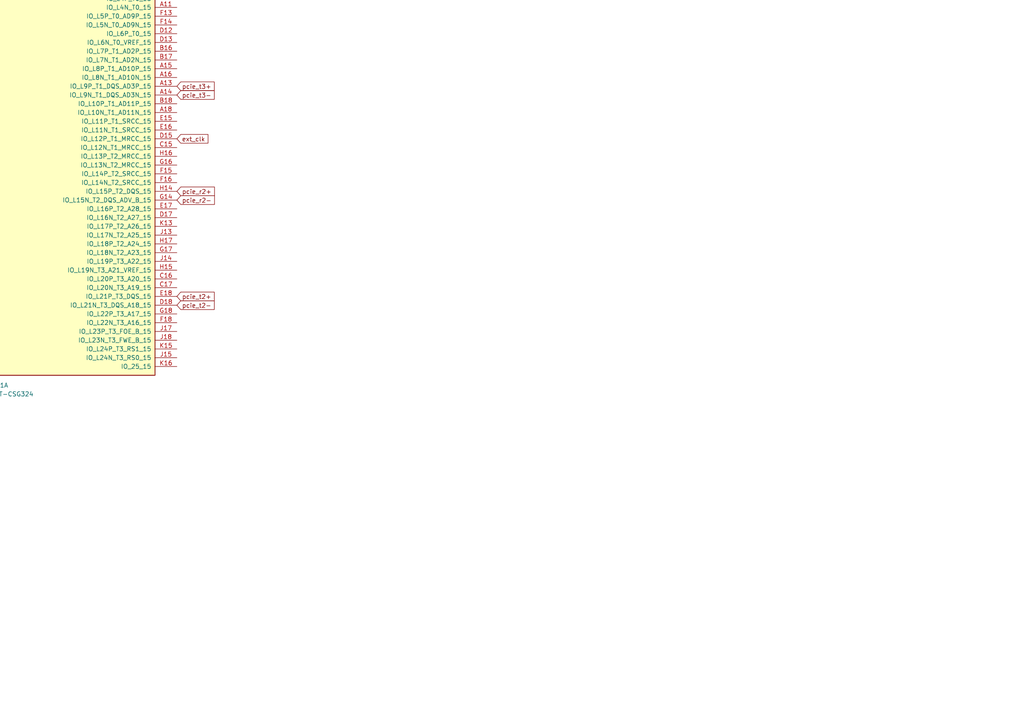
<source format=kicad_sch>
(kicad_sch (version 20230121) (generator eeschema)
  (paper "A4")
  (lib_symbols
    (symbol "FPGA_Xilinx_Artix7:XC7A100T-CSG324" (pin_names (offset 1.016))
      (property "Reference" "U" (at 0 1.27 0))
      (property "Value" "XC7A100T-CSG324" (at 0 -1.27 0))
      (symbol "XC7A100T-CSG324_1_1"
        (rectangle (start -44.45 67.31) (end 44.45 -73.66) (stroke (width 0.254)) (fill (type background)))
        (pin bidirectional line (at 50.8 33.02 180) (length 6.35) (name "IO_L4N_T0_15") (number "A11"))
        (pin bidirectional line (at 50.8 10.16 180) (length 6.35) (name "IO_L9P_T1_DQS_AD3P_15") (number "A13"))
        (pin bidirectional line (at 50.8 7.62 180) (length 6.35) (name "IO_L9N_T1_DQS_AD3N_15") (number "A14"))
        (pin bidirectional line (at 50.8 15.24 180) (length 6.35) (name "IO_L8P_T1_AD10P_15") (number "A15"))
        (pin bidirectional line (at 50.8 12.7 180) (length 6.35) (name "IO_L8N_T1_AD10N_15") (number "A16"))
        (pin power_in line (at 27.94 73.66 270) (length 6.35) (name "VCCO_15") (number "A17"))
        (pin bidirectional line (at 50.8 2.54 180) (length 6.35) (name "IO_L10N_T1_AD11N_15") (number "A18"))
        (pin bidirectional line (at 50.8 35.56 180) (length 6.35) (name "IO_L4P_T0_15") (number "B11"))
        (pin bidirectional line (at 50.8 38.1 180) (length 6.35) (name "IO_L3N_T0_DQS_AD1N_15") (number "B12"))
        (pin bidirectional line (at 50.8 45.72 180) (length 6.35) (name "IO_L2P_T0_AD8P_15") (number "B13"))
        (pin bidirectional line (at 50.8 43.18 180) (length 6.35) (name "IO_L2N_T0_AD8N_15") (number "B14"))
        (pin bidirectional line (at 50.8 20.32 180) (length 6.35) (name "IO_L7P_T1_AD2P_15") (number "B16"))
        (pin bidirectional line (at 50.8 17.78 180) (length 6.35) (name "IO_L7N_T1_AD2N_15") (number "B17"))
        (pin bidirectional line (at 50.8 5.08 180) (length 6.35) (name "IO_L10P_T1_AD11P_15") (number "B18"))
        (pin bidirectional line (at 50.8 40.64 180) (length 6.35) (name "IO_L3P_T0_DQS_AD1P_15") (number "C12"))
        (pin power_in line (at 30.48 73.66 270) (length 6.35) (name "VCCO_15") (number "C13"))
        (pin bidirectional line (at 50.8 48.26 180) (length 6.35) (name "IO_L1N_T0_AD0N_15") (number "C14"))
        (pin bidirectional line (at 50.8 -7.62 180) (length 6.35) (name "IO_L12N_T1_MRCC_15") (number "C15"))
        (pin bidirectional line (at 50.8 -45.72 180) (length 6.35) (name "IO_L20P_T3_A20_15") (number "C16"))
        (pin bidirectional line (at 50.8 -48.26 180) (length 6.35) (name "IO_L20N_T3_A19_15") (number "C17"))
        (pin bidirectional line (at 50.8 25.4 180) (length 6.35) (name "IO_L6P_T0_15") (number "D12"))
        (pin bidirectional line (at 50.8 22.86 180) (length 6.35) (name "IO_L6N_T0_VREF_15") (number "D13"))
        (pin bidirectional line (at 50.8 50.8 180) (length 6.35) (name "IO_L1P_T0_AD0P_15") (number "D14"))
        (pin bidirectional line (at 50.8 -5.08 180) (length 6.35) (name "IO_L12P_T1_MRCC_15") (number "D15"))
        (pin power_in line (at 33.02 73.66 270) (length 6.35) (name "VCCO_15") (number "D16"))
        (pin bidirectional line (at 50.8 -27.94 180) (length 6.35) (name "IO_L16N_T2_A27_15") (number "D17"))
        (pin bidirectional line (at 50.8 -53.34 180) (length 6.35) (name "IO_L21N_T3_DQS_A18_15") (number "D18"))
        (pin bidirectional line (at 50.8 0 180) (length 6.35) (name "IO_L11P_T1_SRCC_15") (number "E15"))
        (pin bidirectional line (at 50.8 -2.54 180) (length 6.35) (name "IO_L11N_T1_SRCC_15") (number "E16"))
        (pin bidirectional line (at 50.8 -25.4 180) (length 6.35) (name "IO_L16P_T2_A28_15") (number "E17"))
        (pin bidirectional line (at 50.8 -50.8 180) (length 6.35) (name "IO_L21P_T3_DQS_15") (number "E18"))
        (pin bidirectional line (at 50.8 30.48 180) (length 6.35) (name "IO_L5P_T0_AD9P_15") (number "F13"))
        (pin bidirectional line (at 50.8 27.94 180) (length 6.35) (name "IO_L5N_T0_AD9N_15") (number "F14"))
        (pin bidirectional line (at 50.8 -15.24 180) (length 6.35) (name "IO_L14P_T2_SRCC_15") (number "F15"))
        (pin bidirectional line (at 50.8 -17.78 180) (length 6.35) (name "IO_L14N_T2_SRCC_15") (number "F16"))
        (pin bidirectional line (at 50.8 -58.42 180) (length 6.35) (name "IO_L22N_T3_A16_15") (number "F18"))
        (pin bidirectional line (at 50.8 53.34 180) (length 6.35) (name "IO_0_15") (number "G13"))
        (pin bidirectional line (at 50.8 -22.86 180) (length 6.35) (name "IO_L15N_T2_DQS_ADV_B_15") (number "G14"))
        (pin power_in line (at 35.56 73.66 270) (length 6.35) (name "VCCO_15") (number "G15"))
        (pin bidirectional line (at 50.8 -12.7 180) (length 6.35) (name "IO_L13N_T2_MRCC_15") (number "G16"))
        (pin bidirectional line (at 50.8 -38.1 180) (length 6.35) (name "IO_L18N_T2_A23_15") (number "G17"))
        (pin bidirectional line (at 50.8 -55.88 180) (length 6.35) (name "IO_L22P_T3_A17_15") (number "G18"))
        (pin bidirectional line (at 50.8 -20.32 180) (length 6.35) (name "IO_L15P_T2_DQS_15") (number "H14"))
        (pin bidirectional line (at 50.8 -43.18 180) (length 6.35) (name "IO_L19N_T3_A21_VREF_15") (number "H15"))
        (pin bidirectional line (at 50.8 -10.16 180) (length 6.35) (name "IO_L13P_T2_MRCC_15") (number "H16"))
        (pin bidirectional line (at 50.8 -35.56 180) (length 6.35) (name "IO_L18P_T2_A24_15") (number "H17"))
        (pin power_in line (at 38.1 73.66 270) (length 6.35) (name "VCCO_15") (number "H18"))
        (pin bidirectional line (at 50.8 -33.02 180) (length 6.35) (name "IO_L17N_T2_A25_15") (number "J13"))
        (pin bidirectional line (at 50.8 -40.64 180) (length 6.35) (name "IO_L19P_T3_A22_15") (number "J14"))
        (pin bidirectional line (at 50.8 -68.58 180) (length 6.35) (name "IO_L24N_T3_RS0_15") (number "J15"))
        (pin bidirectional line (at 50.8 -60.96 180) (length 6.35) (name "IO_L23P_T3_FOE_B_15") (number "J17"))
        (pin bidirectional line (at 50.8 -63.5 180) (length 6.35) (name "IO_L23N_T3_FWE_B_15") (number "J18"))
        (pin bidirectional line (at 50.8 -30.48 180) (length 6.35) (name "IO_L17P_T2_A26_15") (number "K13"))
        (pin power_in line (at 40.64 73.66 270) (length 6.35) (name "VCCO_15") (number "K14"))
        (pin bidirectional line (at 50.8 -66.04 180) (length 6.35) (name "IO_L24P_T3_RS1_15") (number "K15"))
        (pin bidirectional line (at 50.8 -71.12 180) (length 6.35) (name "IO_25_15") (number "K16"))
        (pin bidirectional line (at -50.8 50.8 0) (length 6.35) (name "IO_L1P_T0_D00_MOSI_14") (number "K17"))
        (pin bidirectional line (at -50.8 48.26 0) (length 6.35) (name "IO_L1N_T0_D01_DIN_14") (number "K18"))
        (pin bidirectional line (at -50.8 25.4 0) (length 6.35) (name "IO_L6P_T0_FCS_B_14") (number "L13"))
        (pin bidirectional line (at -50.8 45.72 0) (length 6.35) (name "IO_L2P_T0_D02_14") (number "L14"))
        (pin bidirectional line (at -50.8 40.64 0) (length 6.35) (name "IO_L3P_T0_DQS_PUDC_B_14") (number "L15"))
        (pin bidirectional line (at -50.8 38.1 0) (length 6.35) (name "IO_L3N_T0_DQS_EMCCLK_14") (number "L16"))
        (pin power_in line (at -40.64 73.66 270) (length 6.35) (name "VCCO_14") (number "L17"))
        (pin bidirectional line (at -50.8 35.56 0) (length 6.35) (name "IO_L4P_T0_D04_14") (number "L18"))
        (pin bidirectional line (at -50.8 22.86 0) (length 6.35) (name "IO_L6N_T0_D08_VREF_14") (number "M13"))
        (pin bidirectional line (at -50.8 43.18 0) (length 6.35) (name "IO_L2N_T0_D03_14") (number "M14"))
        (pin bidirectional line (at -50.8 5.08 0) (length 6.35) (name "IO_L10P_T1_D14_14") (number "M16"))
        (pin bidirectional line (at -50.8 2.54 0) (length 6.35) (name "IO_L10N_T1_D15_14") (number "M17"))
        (pin bidirectional line (at -50.8 33.02 0) (length 6.35) (name "IO_L4N_T0_D05_14") (number "M18"))
        (pin power_in line (at -38.1 73.66 270) (length 6.35) (name "VCCO_14") (number "N13"))
        (pin bidirectional line (at -50.8 15.24 0) (length 6.35) (name "IO_L8P_T1_D11_14") (number "N14"))
        (pin bidirectional line (at -50.8 0 0) (length 6.35) (name "IO_L11P_T1_SRCC_14") (number "N15"))
        (pin bidirectional line (at -50.8 -2.54 0) (length 6.35) (name "IO_L11N_T1_SRCC_14") (number "N16"))
        (pin bidirectional line (at -50.8 10.16 0) (length 6.35) (name "IO_L9P_T1_DQS_14") (number "N17"))
        (pin bidirectional line (at -50.8 12.7 0) (length 6.35) (name "IO_L8N_T1_D12_14") (number "P14"))
        (pin bidirectional line (at -50.8 -10.16 0) (length 6.35) (name "IO_L13P_T2_MRCC_14") (number "P15"))
        (pin power_in line (at -35.56 73.66 270) (length 6.35) (name "VCCO_14") (number "P16"))
        (pin bidirectional line (at -50.8 -5.08 0) (length 6.35) (name "IO_L12P_T1_MRCC_14") (number "P17"))
        (pin bidirectional line (at -50.8 7.62 0) (length 6.35) (name "IO_L9N_T1_DQS_D13_14") (number "P18"))
        (pin bidirectional line (at -50.8 -71.12 0) (length 6.35) (name "IO_25_14") (number "R10"))
        (pin bidirectional line (at -50.8 53.34 0) (length 6.35) (name "IO_0_14") (number "R11"))
        (pin bidirectional line (at -50.8 30.48 0) (length 6.35) (name "IO_L5P_T0_D06_14") (number "R12"))
        (pin bidirectional line (at -50.8 27.94 0) (length 6.35) (name "IO_L5N_T0_D07_14") (number "R13"))
        (pin bidirectional line (at -50.8 -12.7 0) (length 6.35) (name "IO_L13N_T2_MRCC_14") (number "R15"))
        (pin bidirectional line (at -50.8 -20.32 0) (length 6.35) (name "IO_L15P_T2_DQS_RDWR_B_14") (number "R16"))
        (pin bidirectional line (at -50.8 -7.62 0) (length 6.35) (name "IO_L12N_T1_MRCC_14") (number "R17"))
        (pin bidirectional line (at -50.8 20.32 0) (length 6.35) (name "IO_L7P_T1_D09_14") (number "R18"))
        (pin bidirectional line (at -50.8 -68.58 0) (length 6.35) (name "IO_L24N_T3_A00_D16_14") (number "T10"))
        (pin bidirectional line (at -50.8 -40.64 0) (length 6.35) (name "IO_L19P_T3_A10_D26_14") (number "T11"))
        (pin power_in line (at -33.02 73.66 270) (length 6.35) (name "VCCO_14") (number "T12"))
        (pin bidirectional line (at -50.8 -60.96 0) (length 6.35) (name "IO_L23P_T3_A03_D19_14") (number "T13"))
        (pin bidirectional line (at -50.8 -15.24 0) (length 6.35) (name "IO_L14P_T2_SRCC_14") (number "T14"))
        (pin bidirectional line (at -50.8 -17.78 0) (length 6.35) (name "IO_L14N_T2_SRCC_14") (number "T15"))
        (pin bidirectional line (at -50.8 -22.86 0) (length 6.35) (name "IO_L15N_T2_DQS_DOUT_CSO_B_14") (number "T16"))
        (pin bidirectional line (at -50.8 17.78 0) (length 6.35) (name "IO_L7N_T1_D10_14") (number "T18"))
        (pin bidirectional line (at -50.8 -66.04 0) (length 6.35) (name "IO_L24P_T3_A01_D17_14") (number "T9"))
        (pin bidirectional line (at -50.8 -43.18 0) (length 6.35) (name "IO_L19N_T3_A09_D25_VREF_14") (number "U11"))
        (pin bidirectional line (at -50.8 -45.72 0) (length 6.35) (name "IO_L20P_T3_A08_D24_14") (number "U12"))
        (pin bidirectional line (at -50.8 -63.5 0) (length 6.35) (name "IO_L23N_T3_A02_D18_14") (number "U13"))
        (pin bidirectional line (at -50.8 -55.88 0) (length 6.35) (name "IO_L22P_T3_A05_D21_14") (number "U14"))
        (pin power_in line (at -30.48 73.66 270) (length 6.35) (name "VCCO_14") (number "U15"))
        (pin bidirectional line (at -50.8 -35.56 0) (length 6.35) (name "IO_L18P_T2_A12_D28_14") (number "U16"))
        (pin bidirectional line (at -50.8 -30.48 0) (length 6.35) (name "IO_L17P_T2_A14_D30_14") (number "U17"))
        (pin bidirectional line (at -50.8 -33.02 0) (length 6.35) (name "IO_L17N_T2_A13_D29_14") (number "U18"))
        (pin bidirectional line (at -50.8 -50.8 0) (length 6.35) (name "IO_L21P_T3_DQS_14") (number "V10"))
        (pin bidirectional line (at -50.8 -53.34 0) (length 6.35) (name "IO_L21N_T3_DQS_A06_D22_14") (number "V11"))
        (pin bidirectional line (at -50.8 -48.26 0) (length 6.35) (name "IO_L20N_T3_A07_D23_14") (number "V12"))
        (pin bidirectional line (at -50.8 -58.42 0) (length 6.35) (name "IO_L22N_T3_A04_D20_14") (number "V14"))
        (pin bidirectional line (at -50.8 -25.4 0) (length 6.35) (name "IO_L16P_T2_CSI_B_14") (number "V15"))
        (pin bidirectional line (at -50.8 -27.94 0) (length 6.35) (name "IO_L16N_T2_A15_D31_14") (number "V16"))
        (pin bidirectional line (at -50.8 -38.1 0) (length 6.35) (name "IO_L18N_T2_A11_D27_14") (number "V17"))
        (pin power_in line (at -27.94 73.66 270) (length 6.35) (name "VCCO_14") (number "V18"))
      )
      (symbol "XC7A100T-CSG324_2_1"
        (rectangle (start -44.45 67.31) (end 44.45 -73.66) (stroke (width 0.254)) (fill (type background)))
        (pin bidirectional line (at -50.8 35.56 0) (length 6.35) (name "IO_L14P_T2_SRCC_16") (number "A10"))
        (pin bidirectional line (at -50.8 43.18 0) (length 6.35) (name "IO_L12N_T1_MRCC_16") (number "A8"))
        (pin bidirectional line (at -50.8 33.02 0) (length 6.35) (name "IO_L14N_T2_SRCC_16") (number "A9"))
        (pin power_in line (at -40.64 73.66 270) (length 6.35) (name "VCCO_16") (number "B10"))
        (pin bidirectional line (at -50.8 45.72 0) (length 6.35) (name "IO_L12P_T1_MRCC_16") (number "B8"))
        (pin bidirectional line (at -50.8 48.26 0) (length 6.35) (name "IO_L11N_T1_SRCC_16") (number "B9"))
        (pin bidirectional line (at -50.8 38.1 0) (length 6.35) (name "IO_L13N_T2_MRCC_16") (number "C10"))
        (pin bidirectional line (at -50.8 40.64 0) (length 6.35) (name "IO_L13P_T2_MRCC_16") (number "C11"))
        (pin bidirectional line (at -50.8 50.8 0) (length 6.35) (name "IO_L11P_T1_SRCC_16") (number "C9"))
        (pin bidirectional line (at -50.8 30.48 0) (length 6.35) (name "IO_L19N_T3_VREF_16") (number "D10"))
        (pin bidirectional line (at -50.8 53.34 0) (length 6.35) (name "IO_L6N_T0_VREF_16") (number "D9"))
        (pin bidirectional line (at 50.8 45.72 180) (length 6.35) (name "IO_L2P_T0_34") (number "K3"))
        (pin power_in line (at 27.94 73.66 270) (length 6.35) (name "VCCO_34") (number "K4"))
        (pin bidirectional line (at 50.8 30.48 180) (length 6.35) (name "IO_L5P_T0_34") (number "K5"))
        (pin bidirectional line (at 50.8 53.34 180) (length 6.35) (name "IO_0_34") (number "K6"))
        (pin bidirectional line (at 50.8 50.8 180) (length 6.35) (name "IO_L1P_T0_34") (number "L1"))
        (pin bidirectional line (at 50.8 43.18 180) (length 6.35) (name "IO_L2N_T0_34") (number "L3"))
        (pin bidirectional line (at 50.8 27.94 180) (length 6.35) (name "IO_L5N_T0_34") (number "L4"))
        (pin bidirectional line (at 50.8 22.86 180) (length 6.35) (name "IO_L6N_T0_VREF_34") (number "L5"))
        (pin bidirectional line (at 50.8 25.4 180) (length 6.35) (name "IO_L6P_T0_34") (number "L6"))
        (pin bidirectional line (at 50.8 48.26 180) (length 6.35) (name "IO_L1N_T0_34") (number "M1"))
        (pin bidirectional line (at 50.8 33.02 180) (length 6.35) (name "IO_L4N_T0_34") (number "M2"))
        (pin bidirectional line (at 50.8 35.56 180) (length 6.35) (name "IO_L4P_T0_34") (number "M3"))
        (pin bidirectional line (at 50.8 -25.4 180) (length 6.35) (name "IO_L16P_T2_34") (number "M4"))
        (pin bidirectional line (at 50.8 -35.56 180) (length 6.35) (name "IO_L18P_T2_34") (number "M6"))
        (pin bidirectional line (at 50.8 38.1 180) (length 6.35) (name "IO_L3N_T0_DQS_34") (number "N1"))
        (pin bidirectional line (at 50.8 40.64 180) (length 6.35) (name "IO_L3P_T0_DQS_34") (number "N2"))
        (pin power_in line (at 30.48 73.66 270) (length 6.35) (name "VCCO_34") (number "N3"))
        (pin bidirectional line (at 50.8 -27.94 180) (length 6.35) (name "IO_L16N_T2_34") (number "N4"))
        (pin bidirectional line (at 50.8 -10.16 180) (length 6.35) (name "IO_L13P_T2_MRCC_34") (number "N5"))
        (pin bidirectional line (at 50.8 -38.1 180) (length 6.35) (name "IO_L18N_T2_34") (number "N6"))
        (pin bidirectional line (at 50.8 -20.32 180) (length 6.35) (name "IO_L15P_T2_DQS_34") (number "P2"))
        (pin bidirectional line (at 50.8 -17.78 180) (length 6.35) (name "IO_L14N_T2_SRCC_34") (number "P3"))
        (pin bidirectional line (at 50.8 -15.24 180) (length 6.35) (name "IO_L14P_T2_SRCC_34") (number "P4"))
        (pin bidirectional line (at 50.8 -12.7 180) (length 6.35) (name "IO_L13N_T2_MRCC_34") (number "P5"))
        (pin power_in line (at 33.02 73.66 270) (length 6.35) (name "VCCO_34") (number "P6"))
        (pin bidirectional line (at 50.8 -30.48 180) (length 6.35) (name "IO_L17P_T2_34") (number "R1"))
        (pin bidirectional line (at 50.8 -22.86 180) (length 6.35) (name "IO_L15N_T2_DQS_34") (number "R2"))
        (pin bidirectional line (at 50.8 0 180) (length 6.35) (name "IO_L11P_T1_SRCC_34") (number "R3"))
        (pin bidirectional line (at 50.8 -43.18 180) (length 6.35) (name "IO_L19N_T3_VREF_34") (number "R5"))
        (pin bidirectional line (at 50.8 -40.64 180) (length 6.35) (name "IO_L19P_T3_34") (number "R6"))
        (pin bidirectional line (at 50.8 -60.96 180) (length 6.35) (name "IO_L23P_T3_34") (number "R7"))
        (pin bidirectional line (at 50.8 -66.04 180) (length 6.35) (name "IO_L24P_T3_34") (number "R8"))
        (pin bidirectional line (at 50.8 -33.02 180) (length 6.35) (name "IO_L17N_T2_34") (number "T1"))
        (pin power_in line (at 35.56 73.66 270) (length 6.35) (name "VCCO_34") (number "T2"))
        (pin bidirectional line (at 50.8 -2.54 180) (length 6.35) (name "IO_L11N_T1_SRCC_34") (number "T3"))
        (pin bidirectional line (at 50.8 -7.62 180) (length 6.35) (name "IO_L12N_T1_MRCC_34") (number "T4"))
        (pin bidirectional line (at 50.8 -5.08 180) (length 6.35) (name "IO_L12P_T1_MRCC_34") (number "T5"))
        (pin bidirectional line (at 50.8 -63.5 180) (length 6.35) (name "IO_L23N_T3_34") (number "T6"))
        (pin bidirectional line (at 50.8 -68.58 180) (length 6.35) (name "IO_L24N_T3_34") (number "T8"))
        (pin bidirectional line (at 50.8 20.32 180) (length 6.35) (name "IO_L7P_T1_34") (number "U1"))
        (pin bidirectional line (at 50.8 10.16 180) (length 6.35) (name "IO_L9P_T1_DQS_34") (number "U2"))
        (pin bidirectional line (at 50.8 12.7 180) (length 6.35) (name "IO_L8N_T1_34") (number "U3"))
        (pin bidirectional line (at 50.8 15.24 180) (length 6.35) (name "IO_L8P_T1_34") (number "U4"))
        (pin power_in line (at 38.1 73.66 270) (length 6.35) (name "VCCO_34") (number "U5"))
        (pin bidirectional line (at 50.8 -58.42 180) (length 6.35) (name "IO_L22N_T3_34") (number "U6"))
        (pin bidirectional line (at 50.8 -55.88 180) (length 6.35) (name "IO_L22P_T3_34") (number "U7"))
        (pin bidirectional line (at 50.8 -71.12 180) (length 6.35) (name "IO_25_34") (number "U8"))
        (pin bidirectional line (at 50.8 -50.8 180) (length 6.35) (name "IO_L21P_T3_DQS_34") (number "U9"))
        (pin bidirectional line (at 50.8 17.78 180) (length 6.35) (name "IO_L7N_T1_34") (number "V1"))
        (pin bidirectional line (at 50.8 7.62 180) (length 6.35) (name "IO_L9N_T1_DQS_34") (number "V2"))
        (pin bidirectional line (at 50.8 2.54 180) (length 6.35) (name "IO_L10N_T1_34") (number "V4"))
        (pin bidirectional line (at 50.8 5.08 180) (length 6.35) (name "IO_L10P_T1_34") (number "V5"))
        (pin bidirectional line (at 50.8 -48.26 180) (length 6.35) (name "IO_L20N_T3_34") (number "V6"))
        (pin bidirectional line (at 50.8 -45.72 180) (length 6.35) (name "IO_L20P_T3_34") (number "V7"))
        (pin power_in line (at 40.64 73.66 270) (length 6.35) (name "VCCO_34") (number "V8"))
        (pin bidirectional line (at 50.8 -53.34 180) (length 6.35) (name "IO_L21N_T3_DQS_34") (number "V9"))
      )
      (symbol "XC7A100T-CSG324_3_1"
        (rectangle (start -44.45 67.31) (end 44.45 -73.66) (stroke (width 0.254)) (fill (type background)))
        (pin bidirectional line (at -50.8 7.62 0) (length 6.35) (name "IO_L9N_T1_DQS_AD7N_35") (number "A1"))
        (pin bidirectional line (at -50.8 12.7 0) (length 6.35) (name "IO_L8N_T1_AD14N_35") (number "A3"))
        (pin bidirectional line (at -50.8 15.24 0) (length 6.35) (name "IO_L8P_T1_AD14P_35") (number "A4"))
        (pin bidirectional line (at -50.8 38.1 0) (length 6.35) (name "IO_L3N_T0_DQS_AD5N_35") (number "A5"))
        (pin bidirectional line (at -50.8 40.64 0) (length 6.35) (name "IO_L3P_T0_DQS_AD5P_35") (number "A6"))
        (pin power_in line (at -40.64 73.66 270) (length 6.35) (name "VCCO_35") (number "A7"))
        (pin bidirectional line (at -50.8 10.16 0) (length 6.35) (name "IO_L9P_T1_DQS_AD7P_35") (number "B1"))
        (pin bidirectional line (at -50.8 2.54 0) (length 6.35) (name "IO_L10N_T1_AD15N_35") (number "B2"))
        (pin bidirectional line (at -50.8 5.08 0) (length 6.35) (name "IO_L10P_T1_AD15P_35") (number "B3"))
        (pin bidirectional line (at -50.8 17.78 0) (length 6.35) (name "IO_L7N_T1_AD6N_35") (number "B4"))
        (pin bidirectional line (at -50.8 43.18 0) (length 6.35) (name "IO_L2N_T0_AD12N_35") (number "B6"))
        (pin bidirectional line (at -50.8 45.72 0) (length 6.35) (name "IO_L2P_T0_AD12P_35") (number "B7"))
        (pin bidirectional line (at -50.8 -27.94 0) (length 6.35) (name "IO_L16N_T2_35") (number "C1"))
        (pin bidirectional line (at -50.8 -25.4 0) (length 6.35) (name "IO_L16P_T2_35") (number "C2"))
        (pin power_in line (at -38.1 73.66 270) (length 6.35) (name "VCCO_35") (number "C3"))
        (pin bidirectional line (at -50.8 20.32 0) (length 6.35) (name "IO_L7P_T1_AD6P_35") (number "C4"))
        (pin bidirectional line (at -50.8 48.26 0) (length 6.35) (name "IO_L1N_T0_AD4N_35") (number "C5"))
        (pin bidirectional line (at -50.8 50.8 0) (length 6.35) (name "IO_L1P_T0_AD4P_35") (number "C6"))
        (pin bidirectional line (at -50.8 33.02 0) (length 6.35) (name "IO_L4N_T0_35") (number "C7"))
        (pin bidirectional line (at -50.8 -17.78 0) (length 6.35) (name "IO_L14N_T2_SRCC_35") (number "D2"))
        (pin bidirectional line (at -50.8 -7.62 0) (length 6.35) (name "IO_L12N_T1_MRCC_35") (number "D3"))
        (pin bidirectional line (at -50.8 -2.54 0) (length 6.35) (name "IO_L11N_T1_SRCC_35") (number "D4"))
        (pin bidirectional line (at -50.8 0 0) (length 6.35) (name "IO_L11P_T1_SRCC_35") (number "D5"))
        (pin power_in line (at -35.56 73.66 270) (length 6.35) (name "VCCO_35") (number "D6"))
        (pin bidirectional line (at -50.8 22.86 0) (length 6.35) (name "IO_L6N_T0_VREF_35") (number "D7"))
        (pin bidirectional line (at -50.8 35.56 0) (length 6.35) (name "IO_L4P_T0_35") (number "D8"))
        (pin bidirectional line (at -50.8 -38.1 0) (length 6.35) (name "IO_L18N_T2_35") (number "E1"))
        (pin bidirectional line (at -50.8 -15.24 0) (length 6.35) (name "IO_L14P_T2_SRCC_35") (number "E2"))
        (pin bidirectional line (at -50.8 -5.08 0) (length 6.35) (name "IO_L12P_T1_MRCC_35") (number "E3"))
        (pin bidirectional line (at -50.8 27.94 0) (length 6.35) (name "IO_L5N_T0_AD13N_35") (number "E5"))
        (pin bidirectional line (at -50.8 30.48 0) (length 6.35) (name "IO_L5P_T0_AD13P_35") (number "E6"))
        (pin bidirectional line (at -50.8 25.4 0) (length 6.35) (name "IO_L6P_T0_35") (number "E7"))
        (pin bidirectional line (at -50.8 -35.56 0) (length 6.35) (name "IO_L18P_T2_35") (number "F1"))
        (pin power_in line (at -33.02 73.66 270) (length 6.35) (name "VCCO_35") (number "F2"))
        (pin bidirectional line (at -50.8 -12.7 0) (length 6.35) (name "IO_L13N_T2_MRCC_35") (number "F3"))
        (pin bidirectional line (at -50.8 -10.16 0) (length 6.35) (name "IO_L13P_T2_MRCC_35") (number "F4"))
        (pin bidirectional line (at -50.8 53.34 0) (length 6.35) (name "IO_0_35") (number "F5"))
        (pin bidirectional line (at -50.8 -43.18 0) (length 6.35) (name "IO_L19N_T3_VREF_35") (number "F6"))
        (pin bidirectional line (at -50.8 -33.02 0) (length 6.35) (name "IO_L17N_T2_35") (number "G1"))
        (pin bidirectional line (at -50.8 -22.86 0) (length 6.35) (name "IO_L15N_T2_DQS_35") (number "G2"))
        (pin bidirectional line (at -50.8 -48.26 0) (length 6.35) (name "IO_L20N_T3_35") (number "G3"))
        (pin bidirectional line (at -50.8 -45.72 0) (length 6.35) (name "IO_L20P_T3_35") (number "G4"))
        (pin power_in line (at -30.48 73.66 270) (length 6.35) (name "VCCO_35") (number "G5"))
        (pin bidirectional line (at -50.8 -40.64 0) (length 6.35) (name "IO_L19P_T3_35") (number "G6"))
        (pin bidirectional line (at -50.8 -30.48 0) (length 6.35) (name "IO_L17P_T2_35") (number "H1"))
        (pin bidirectional line (at -50.8 -20.32 0) (length 6.35) (name "IO_L15P_T2_DQS_35") (number "H2"))
        (pin bidirectional line (at -50.8 -53.34 0) (length 6.35) (name "IO_L21N_T3_DQS_35") (number "H4"))
        (pin bidirectional line (at -50.8 -68.58 0) (length 6.35) (name "IO_L24N_T3_35") (number "H5"))
        (pin bidirectional line (at -50.8 -66.04 0) (length 6.35) (name "IO_L24P_T3_35") (number "H6"))
        (pin power_in line (at -27.94 73.66 270) (length 6.35) (name "VCCO_35") (number "J1"))
        (pin bidirectional line (at -50.8 -58.42 0) (length 6.35) (name "IO_L22N_T3_35") (number "J2"))
        (pin bidirectional line (at -50.8 -55.88 0) (length 6.35) (name "IO_L22P_T3_35") (number "J3"))
        (pin bidirectional line (at -50.8 -50.8 0) (length 6.35) (name "IO_L21P_T3_DQS_35") (number "J4"))
        (pin bidirectional line (at -50.8 -71.12 0) (length 6.35) (name "IO_25_35") (number "J5"))
        (pin bidirectional line (at -50.8 -63.5 0) (length 6.35) (name "IO_L23N_T3_35") (number "K1"))
        (pin bidirectional line (at -50.8 -60.96 0) (length 6.35) (name "IO_L23P_T3_35") (number "K2"))
      )
      (symbol "XC7A100T-CSG324_4_1"
        (rectangle (start -31.75 34.29) (end 31.75 -40.64) (stroke (width 0.254)) (fill (type background)))
        (pin bidirectional line (at 38.1 12.7 180) (length 6.35) (name "TCK_0") (number "E10"))
        (pin bidirectional line (at 38.1 20.32 180) (length 6.35) (name "TDI_0") (number "E11"))
        (pin bidirectional line (at 38.1 15.24 180) (length 6.35) (name "TMS_0") (number "E12"))
        (pin bidirectional line (at 38.1 17.78 180) (length 6.35) (name "TDO_0") (number "E13"))
        (pin bidirectional line (at 38.1 7.62 180) (length 6.35) (name "CCLK_0") (number "E9"))
        (pin bidirectional line (at 38.1 -20.32 180) (length 6.35) (name "VP_0") (number "J10"))
        (pin bidirectional line (at 38.1 -30.48 180) (length 6.35) (name "VREFN_0") (number "J9"))
        (pin bidirectional line (at 38.1 -27.94 180) (length 6.35) (name "VREFP_0") (number "K10"))
        (pin bidirectional line (at 38.1 -22.86 180) (length 6.35) (name "VN_0") (number "K9"))
        (pin bidirectional line (at 38.1 -35.56 180) (length 6.35) (name "DXP_0") (number "L10"))
        (pin bidirectional line (at 38.1 -38.1 180) (length 6.35) (name "DXN_0") (number "L9"))
        (pin bidirectional line (at 38.1 -5.08 180) (length 6.35) (name "DONE_0") (number "P10"))
        (pin bidirectional line (at 38.1 0 180) (length 6.35) (name "M2_0") (number "P11"))
        (pin bidirectional line (at 38.1 5.08 180) (length 6.35) (name "M0_0") (number "P12"))
        (pin bidirectional line (at 38.1 2.54 180) (length 6.35) (name "M1_0") (number "P13"))
        (pin bidirectional line (at 38.1 -7.62 180) (length 6.35) (name "INIT_B_0") (number "P7"))
        (pin bidirectional line (at 38.1 -15.24 180) (length 6.35) (name "CFGBVS_0") (number "P8"))
        (pin bidirectional line (at 38.1 -10.16 180) (length 6.35) (name "PROGRAM_B_0") (number "P9"))
        (pin power_in line (at 27.94 40.64 270) (length 6.35) (name "VCCO_0") (number "R9"))
      )
      (symbol "XC7A100T-CSG324_5_1"
        (rectangle (start -19.05 50.8) (end 19.05 -50.8) (stroke (width 0.254)) (fill (type background)))
        (pin power_in line (at -25.4 7.62 0) (length 6.35) (name "GND") (number "A12"))
        (pin power_in line (at -25.4 10.16 0) (length 6.35) (name "GND") (number "A2"))
        (pin power_in line (at -25.4 2.54 0) (length 6.35) (name "GND") (number "B15"))
        (pin power_in line (at -25.4 5.08 0) (length 6.35) (name "GND") (number "B5"))
        (pin power_in line (at -25.4 -2.54 0) (length 6.35) (name "GND") (number "C18"))
        (pin power_in line (at -25.4 0 0) (length 6.35) (name "GND") (number "C8"))
        (pin power_in line (at -25.4 -5.08 0) (length 6.35) (name "GND") (number "D1"))
        (pin power_in line (at -25.4 -7.62 0) (length 6.35) (name "GND") (number "D11"))
        (pin power_in line (at -25.4 -12.7 0) (length 6.35) (name "GND") (number "E14"))
        (pin power_in line (at -25.4 -10.16 0) (length 6.35) (name "GND") (number "E4"))
        (pin power_in line (at -25.4 30.48 0) (length 6.35) (name "VCCBATT_0") (number "E8"))
        (pin power_in line (at -25.4 27.94 0) (length 6.35) (name "VCCBRAM") (number "F10"))
        (pin power_in line (at -25.4 -20.32 0) (length 6.35) (name "GND") (number "F11"))
        (pin power_in line (at -25.4 48.26 0) (length 6.35) (name "VCCAUX") (number "F12"))
        (pin power_in line (at -25.4 -22.86 0) (length 6.35) (name "GND") (number "F17"))
        (pin power_in line (at -25.4 -15.24 0) (length 6.35) (name "GND") (number "F7"))
        (pin power_in line (at 25.4 48.26 180) (length 6.35) (name "VCCINT") (number "F8"))
        (pin power_in line (at -25.4 -17.78 0) (length 6.35) (name "GND") (number "F9"))
        (pin power_in line (at -25.4 -27.94 0) (length 6.35) (name "GND") (number "G10"))
        (pin power_in line (at -25.4 25.4 0) (length 6.35) (name "VCCBRAM") (number "G11"))
        (pin power_in line (at -25.4 -30.48 0) (length 6.35) (name "GND") (number "G12"))
        (pin power_in line (at 25.4 45.72 180) (length 6.35) (name "VCCINT") (number "G7"))
        (pin power_in line (at -25.4 -25.4 0) (length 6.35) (name "GND") (number "G8"))
        (pin power_in line (at 25.4 43.18 180) (length 6.35) (name "VCCINT") (number "G9"))
        (pin power_in line (at -25.4 33.02 0) (length 6.35) (name "VCCADC_0") (number "H10"))
        (pin power_in line (at -25.4 -38.1 0) (length 6.35) (name "GND") (number "H11"))
        (pin power_in line (at -25.4 45.72 0) (length 6.35) (name "VCCAUX") (number "H12"))
        (pin power_in line (at -25.4 -40.64 0) (length 6.35) (name "GND") (number "H13"))
        (pin power_in line (at -25.4 -33.02 0) (length 6.35) (name "GND") (number "H3"))
        (pin power_in line (at -25.4 -35.56 0) (length 6.35) (name "GND") (number "H7"))
        (pin power_in line (at 25.4 40.64 180) (length 6.35) (name "VCCINT") (number "H8"))
        (pin power_in line (at -25.4 35.56 0) (length 6.35) (name "GNDADC_0") (number "H9"))
        (pin power_in line (at 25.4 35.56 180) (length 6.35) (name "VCCINT") (number "J11"))
        (pin power_in line (at -25.4 -48.26 0) (length 6.35) (name "GND") (number "J12"))
        (pin power_in line (at 25.4 7.62 180) (length 6.35) (name "GND") (number "J16"))
        (pin power_in line (at -25.4 -43.18 0) (length 6.35) (name "GND") (number "J6"))
        (pin power_in line (at 25.4 38.1 180) (length 6.35) (name "VCCINT") (number "J7"))
        (pin power_in line (at -25.4 -45.72 0) (length 6.35) (name "GND") (number "J8"))
        (pin power_in line (at 25.4 2.54 180) (length 6.35) (name "GND") (number "K11"))
        (pin power_in line (at -25.4 43.18 0) (length 6.35) (name "VCCAUX") (number "K12"))
        (pin power_in line (at 25.4 5.08 180) (length 6.35) (name "GND") (number "K7"))
        (pin power_in line (at 25.4 33.02 180) (length 6.35) (name "VCCINT") (number "K8"))
        (pin power_in line (at 25.4 27.94 180) (length 6.35) (name "VCCINT") (number "L11"))
        (pin power_in line (at 25.4 -5.08 180) (length 6.35) (name "GND") (number "L12"))
        (pin power_in line (at 25.4 0 180) (length 6.35) (name "GND") (number "L2"))
        (pin power_in line (at 25.4 30.48 180) (length 6.35) (name "VCCINT") (number "L7"))
        (pin power_in line (at 25.4 -2.54 180) (length 6.35) (name "GND") (number "L8"))
        (pin power_in line (at 25.4 22.86 180) (length 6.35) (name "VCCINT") (number "M10"))
        (pin power_in line (at 25.4 -15.24 180) (length 6.35) (name "GND") (number "M11"))
        (pin power_in line (at -25.4 40.64 0) (length 6.35) (name "VCCAUX") (number "M12"))
        (pin power_in line (at 25.4 -17.78 180) (length 6.35) (name "GND") (number "M15"))
        (pin power_in line (at 25.4 -7.62 180) (length 6.35) (name "GND") (number "M5"))
        (pin power_in line (at 25.4 -10.16 180) (length 6.35) (name "GND") (number "M7"))
        (pin power_in line (at 25.4 25.4 180) (length 6.35) (name "VCCINT") (number "M8"))
        (pin power_in line (at 25.4 -12.7 180) (length 6.35) (name "GND") (number "M9"))
        (pin power_in line (at 25.4 -22.86 180) (length 6.35) (name "GND") (number "N10"))
        (pin power_in line (at 25.4 15.24 180) (length 6.35) (name "VCCINT") (number "N11"))
        (pin power_in line (at 25.4 -25.4 180) (length 6.35) (name "GND") (number "N12"))
        (pin power_in line (at 25.4 -27.94 180) (length 6.35) (name "GND") (number "N18"))
        (pin power_in line (at 25.4 20.32 180) (length 6.35) (name "VCCINT") (number "N7"))
        (pin power_in line (at 25.4 -20.32 180) (length 6.35) (name "GND") (number "N8"))
        (pin power_in line (at 25.4 17.78 180) (length 6.35) (name "VCCINT") (number "N9"))
        (pin power_in line (at 25.4 -30.48 180) (length 6.35) (name "GND") (number "P1"))
        (pin power_in line (at 25.4 -35.56 180) (length 6.35) (name "GND") (number "R14"))
        (pin power_in line (at 25.4 -33.02 180) (length 6.35) (name "GND") (number "R4"))
        (pin power_in line (at 25.4 -40.64 180) (length 6.35) (name "GND") (number "T17"))
        (pin power_in line (at 25.4 -38.1 180) (length 6.35) (name "GND") (number "T7"))
        (pin power_in line (at 25.4 -43.18 180) (length 6.35) (name "GND") (number "U10"))
        (pin power_in line (at 25.4 -48.26 180) (length 6.35) (name "GND") (number "V13"))
        (pin power_in line (at 25.4 -45.72 180) (length 6.35) (name "GND") (number "V3"))
      )
    )
  )
  (junction (at -32.512 -38.481))
  (junction (at -29.972 -38.481))
  (junction (at -37.592 -38.481))
  (junction (at 41.148 -38.481))
  (junction (at -27.432 -38.481))
  (junction (at 33.528 -38.481))
  (junction (at -35.052 -38.481))
  (junction (at 30.988 -38.481))
  (junction (at 38.608 -38.481))
  (junction (at 36.068 -38.481))
  (wire (pts (xy -27.432 -38.481) (xy -23.622 -38.481)))
  (wire (pts (xy 38.608 -38.481) (xy 41.148 -38.481)))
  (wire (pts (xy 33.528 -38.481) (xy 36.068 -38.481)))
  (wire (pts (xy -37.592 -38.481) (xy -35.052 -38.481)))
  (wire (pts (xy 46.863 -38.481) (xy 46.863 -38.354)))
  (wire (pts (xy -40.132 -38.481) (xy -37.592 -38.481)))
  (wire (pts (xy 41.148 -38.481) (xy 46.863 -38.481)))
  (wire (pts (xy -29.972 -38.481) (xy -27.432 -38.481)))
  (wire (pts (xy 36.068 -38.481) (xy 38.608 -38.481)))
  (wire (pts (xy 28.448 -38.481) (xy 30.988 -38.481)))
  (wire (pts (xy -32.512 -38.481) (xy -29.972 -38.481)))
  (wire (pts (xy 30.988 -38.481) (xy 33.528 -38.481)))
  (wire (pts (xy -35.052 -38.481) (xy -32.512 -38.481)))
  (global_label "QSPI0_D3" (shape input) (at -50.292 -8.001 180) (property "Intersheetrefs" "${INTERSHEET_REFS}" (effects hide)))
  (global_label "pcie_t0-" (shape input) (at -50.292 58.039 180) (property "Intersheetrefs" "${INTERSHEET_REFS}" (effects hide)))
  (global_label "pcie_r1+" (shape input) (at -50.292 25.019 180) (property "Intersheetrefs" "${INTERSHEET_REFS}" (effects hide)))
  (global_label "pcie_t1+" (shape input) (at -50.292 -5.461 180) (property "Intersheetrefs" "${INTERSHEET_REFS}" (effects hide)))
  (global_label "pcie_r0+" (shape input) (at -50.292 85.979 180) (property "Intersheetrefs" "${INTERSHEET_REFS}" (effects hide)))
  (global_label "pcie_t3+" (shape input) (at 51.308 25.019 0) (property "Intersheetrefs" "${INTERSHEET_REFS}" (effects hide)))
  (global_label "pcie_r3+" (shape input) (at 51.308 -5.461 0) (property "Intersheetrefs" "${INTERSHEET_REFS}" (effects hide)))
  (global_label "pcie_r2+" (shape input) (at 51.308 55.499 0) (property "Intersheetrefs" "${INTERSHEET_REFS}" (effects hide)))
  (global_label "QSPI0_D2" (shape input) (at -50.292 -10.541 180) (property "Intersheetrefs" "${INTERSHEET_REFS}" (effects hide)))
  (global_label "QSPI0_D0" (shape input) (at -50.292 -15.621 180) (property "Intersheetrefs" "${INTERSHEET_REFS}" (effects hide)))
  (global_label "pcie_r2-" (shape input) (at 51.308 58.039 0) (property "Intersheetrefs" "${INTERSHEET_REFS}" (effects hide)))
  (global_label "pcie_t2+" (shape input) (at 51.308 85.979 0) (property "Intersheetrefs" "${INTERSHEET_REFS}" (effects hide)))
  (global_label "pcie_t3-" (shape input) (at 51.308 27.559 0) (property "Intersheetrefs" "${INTERSHEET_REFS}" (effects hide)))
  (global_label "USR_LED0" (shape input) (at -50.292 60.579 180) (property "Intersheetrefs" "${INTERSHEET_REFS}" (effects hide)))
  (global_label "pcie_r1-" (shape input) (at -50.292 27.559 180) (property "Intersheetrefs" "${INTERSHEET_REFS}" (effects hide)))
  (global_label "pcie_r0-" (shape input) (at -50.292 88.519 180) (property "Intersheetrefs" "${INTERSHEET_REFS}" (effects hide)))
  (global_label "pcie_r3-" (shape input) (at 51.308 -2.921 0) (property "Intersheetrefs" "${INTERSHEET_REFS}" (effects hide)))
  (global_label "VCC3V3" (shape input) (at -23.622 -38.481 0) (property "Intersheetrefs" "${INTERSHEET_REFS}" (effects hide)))
  (global_label "VCC3V3" (shape input) (at 46.863 -38.354 0) (property "Intersheetrefs" "${INTERSHEET_REFS}" (effects hide)))
  (global_label "USR_LED1" (shape input) (at -50.292 63.119 180) (property "Intersheetrefs" "${INTERSHEET_REFS}" (effects hide)))
  (global_label "pcie_t1-" (shape input) (at -50.292 -2.921 180) (property "Intersheetrefs" "${INTERSHEET_REFS}" (effects hide)))
  (global_label "ext_clk" (shape input) (at 51.308 40.259 0) (property "Intersheetrefs" "${INTERSHEET_REFS}" (effects hide)))
  (global_label "QSPI0_D1" (shape input) (at -50.292 -13.081 180) (property "Intersheetrefs" "${INTERSHEET_REFS}" (effects hide)))
  (global_label "pcie_t2-" (shape input) (at 51.308 88.519 0) (property "Intersheetrefs" "${INTERSHEET_REFS}" (effects hide)))
  (global_label "pcie_t0+" (shape input) (at -50.292 55.499 180) (property "Intersheetrefs" "${INTERSHEET_REFS}" (effects hide)))
  (global_label "QSPI0_CS_N" (shape input) (at -50.292 9.779 180) (property "Intersheetrefs" "${INTERSHEET_REFS}" (effects hide)))
  (symbol (lib_id "FPGA_Xilinx_Artix7:XC7A100T-CSG324") (at 0.508 35.179 0) (unit 1)
    (property "Reference" "U1" (at 0.508 111.76 0))
    (property "Value" "XC7A100T-CSG324" (at 0.508 114.3 0))
    (property "Footprint" "Package_BGA:Xilinx_CSG324" (effects hide))
  )
)
</source>
